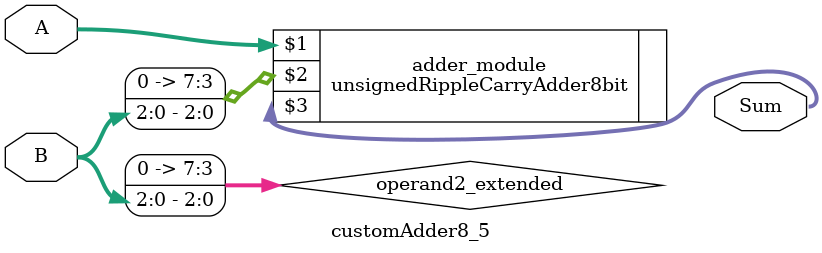
<source format=v>

module customAdder8_5(
                    input [7 : 0] A,
                    input [2 : 0] B,
                    
                    output [8 : 0] Sum
            );

    wire [7 : 0] operand2_extended;
    
    assign operand2_extended =  {5'b0, B};
    
    unsignedRippleCarryAdder8bit adder_module(
        A,
        operand2_extended,
        Sum
    );
    
endmodule
        
</source>
